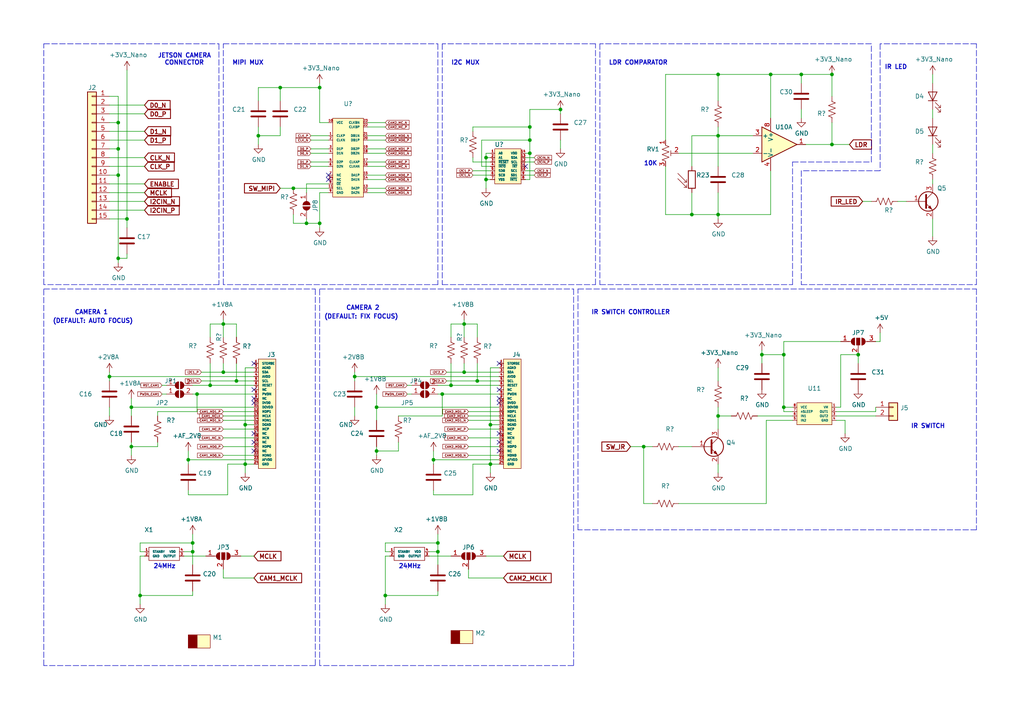
<source format=kicad_sch>
(kicad_sch (version 20211123) (generator eeschema)
  (paper "A4")
  (title_block (rev "1"))
  (lib_symbols
    (symbol "AG-010-0100-rescue:OV5640-M9J_Sensors" (pin_names (offset 1.016))
      (property "Reference" "U" (at -2.54 16.51 0))
      (property "Value" "OV5640-M9J_Sensors" (at 0 -17.78 0))
      (symbol "OV5640-M9J_Sensors_1_1"
        (pin passive line (at -3.81 13.97 0) (length 1.27) (name "STORBE") (number "1"))
        (pin passive line (at -3.81 2.54 0) (length 1.27) (name "DVDD") (number "10"))
        (pin passive line (at -3.81 1.27 0) (length 1.27) (name "DOVDD") (number "11"))
        (pin passive line (at -3.81 0 0) (length 1.27) (name "MDP1") (number "12"))
        (pin passive line (at -3.81 -1.27 0) (length 1.27) (name "MCLK") (number "13"))
        (pin passive line (at -3.81 -2.54 0) (length 1.27) (name "MDN1") (number "14"))
        (pin passive line (at -3.81 -3.81 0) (length 1.27) (name "DGND") (number "15"))
        (pin passive line (at -3.81 -5.08 0) (length 1.27) (name "MCP") (number "16"))
        (pin passive line (at -3.81 -6.35 0) (length 1.27) (name "NC") (number "17"))
        (pin passive line (at -3.81 -7.62 0) (length 1.27) (name "MCN") (number "18"))
        (pin passive line (at -3.81 -8.89 0) (length 1.27) (name "NC") (number "19"))
        (pin passive line (at -3.81 12.7 0) (length 1.27) (name "AGND") (number "2"))
        (pin passive line (at -3.81 -10.16 0) (length 1.27) (name "MDP0") (number "20"))
        (pin passive line (at -3.81 -11.43 0) (length 1.27) (name "NC") (number "21"))
        (pin passive line (at -3.81 -12.7 0) (length 1.27) (name "MDN0") (number "22"))
        (pin passive line (at -3.81 -13.97 0) (length 1.27) (name "AFVDD") (number "23"))
        (pin passive line (at -3.81 -15.24 0) (length 1.27) (name "GND") (number "24"))
        (pin passive line (at -3.81 11.43 0) (length 1.27) (name "SDA") (number "3"))
        (pin passive line (at -3.81 10.16 0) (length 1.27) (name "AVDD") (number "4"))
        (pin passive line (at -3.81 8.89 0) (length 1.27) (name "SCL") (number "5"))
        (pin passive line (at -3.81 7.62 0) (length 1.27) (name "RESET") (number "6"))
        (pin passive line (at -3.81 6.35 0) (length 1.27) (name "NC") (number "7"))
        (pin passive line (at -3.81 5.08 0) (length 1.27) (name "PWDN") (number "8"))
        (pin passive line (at -3.81 3.81 0) (length 1.27) (name "NC") (number "9"))
      )
    )
    (symbol "AG-010-0100-rescue:XTAL-4PIN-M9J_Crystals" (pin_names (offset 1.016))
      (property "Reference" "X" (at -3.81 2.54 0))
      (property "Value" "XTAL-4PIN-M9J_Crystals" (at -1.27 -3.81 0))
      (symbol "XTAL-4PIN-M9J_Crystals_1_1"
        (pin passive line (at -6.35 0 0) (length 1.27) (name "STANBY") (number "1"))
        (pin passive line (at -6.35 -1.27 0) (length 1.27) (name "GND") (number "2"))
        (pin passive line (at 5.08 -1.27 180) (length 1.27) (name "OUTPUT") (number "3"))
        (pin passive line (at 5.08 0 180) (length 1.27) (name "VDD") (number "4"))
      )
    )
    (symbol "Connector_Generic:Conn_01x02" (pin_names (offset 1.016) hide)
      (property "Reference" "J" (at 0 2.54 0))
      (property "Value" "Conn_01x02" (at 0 -5.08 0))
      (symbol "Conn_01x02_1_1"
        (pin passive line (at -5.08 0 0) (length 3.81) (name "Pin_1") (number "1"))
        (pin passive line (at -5.08 -2.54 0) (length 3.81) (name "Pin_2") (number "2"))
      )
    )
    (symbol "Connector_Generic:Conn_01x15" (pin_names (offset 1.016) hide)
      (property "Reference" "J" (at 0 20.32 0))
      (property "Value" "Conn_01x15" (at 0 -20.32 0))
      (symbol "Conn_01x15_1_1"
        (pin passive line (at -5.08 17.78 0) (length 3.81) (name "Pin_1") (number "1"))
        (pin passive line (at -5.08 -5.08 0) (length 3.81) (name "Pin_10") (number "10"))
        (pin passive line (at -5.08 -7.62 0) (length 3.81) (name "Pin_11") (number "11"))
        (pin passive line (at -5.08 -10.16 0) (length 3.81) (name "Pin_12") (number "12"))
        (pin passive line (at -5.08 -12.7 0) (length 3.81) (name "Pin_13") (number "13"))
        (pin passive line (at -5.08 -15.24 0) (length 3.81) (name "Pin_14") (number "14"))
        (pin passive line (at -5.08 -17.78 0) (length 3.81) (name "Pin_15") (number "15"))
        (pin passive line (at -5.08 15.24 0) (length 3.81) (name "Pin_2") (number "2"))
        (pin passive line (at -5.08 12.7 0) (length 3.81) (name "Pin_3") (number "3"))
        (pin passive line (at -5.08 10.16 0) (length 3.81) (name "Pin_4") (number "4"))
        (pin passive line (at -5.08 7.62 0) (length 3.81) (name "Pin_5") (number "5"))
        (pin passive line (at -5.08 5.08 0) (length 3.81) (name "Pin_6") (number "6"))
        (pin passive line (at -5.08 2.54 0) (length 3.81) (name "Pin_7") (number "7"))
        (pin passive line (at -5.08 0 0) (length 3.81) (name "Pin_8") (number "8"))
        (pin passive line (at -5.08 -2.54 0) (length 3.81) (name "Pin_9") (number "9"))
      )
    )
    (symbol "M9J_Connectors:Jumper_Sholder_2PinOpen" (pin_names (offset 0) hide)
      (property "Reference" "JP" (at 0 2.032 0))
      (property "Value" "Jumper_Sholder_2PinOpen" (at 0 -2.54 0))
      (symbol "Jumper_Sholder_2PinOpen_1_1"
        (pin passive line (at -3.81 0 0) (length 2.54) (name "A") (number "1"))
        (pin passive line (at 3.81 0 180) (length 2.54) (name "B") (number "2"))
      )
    )
    (symbol "M9J_Connectors:Jumper_Sholder_3PinOpen" (pin_names (offset 0) hide)
      (property "Reference" "JP" (at -2.54 -2.54 0))
      (property "Value" "Jumper_Sholder_3PinOpen" (at 0 2.794 0))
      (symbol "Jumper_Sholder_3PinOpen_1_1"
        (pin passive line (at -5.08 0 0) (length 2.54) (name "A") (number "1"))
        (pin input line (at 0 -3.81 90) (length 2.54) (name "C") (number "2"))
        (pin passive line (at 5.08 0 180) (length 2.54) (name "B") (number "3"))
      )
    )
    (symbol "M9J_Electromechanical:IR_Switch" (pin_names (offset 1.016))
      (property "Reference" "M" (at -1.27 3.81 0))
      (property "Value" "IR_Switch" (at -1.27 -2.54 0))
    )
    (symbol "M9J_IntegratedCircuits:DRV8837DSGR" (pin_names (offset 1.016))
      (property "Reference" "U" (at -3.81 3.81 0))
      (property "Value" "DRV8837DSGR" (at 0 -5.08 0))
      (symbol "DRV8837DSGR_1_1"
        (pin passive line (at -6.35 1.27 0) (length 1.27) (name "VM") (number "1"))
        (pin passive line (at -6.35 0 0) (length 1.27) (name "OUT1") (number "2"))
        (pin passive line (at -6.35 -1.27 0) (length 1.27) (name "OUT2") (number "3"))
        (pin passive line (at -6.35 -2.54 0) (length 1.27) (name "GND") (number "4"))
        (pin passive line (at 6.35 -2.54 180) (length 1.27) (name "IN2") (number "5"))
        (pin passive line (at 6.35 -1.27 180) (length 1.27) (name "IN1") (number "6"))
        (pin passive line (at 6.35 0 180) (length 1.27) (name "nSLEEP") (number "7"))
        (pin passive line (at 6.35 1.27 180) (length 1.27) (name "VCC") (number "8"))
      )
    )
    (symbol "M9J_IntegratedCircuits:FSA642UMX" (pin_names (offset 1.016))
      (property "Reference" "U" (at -5.08 11.43 0))
      (property "Value" "FSA642UMX" (at 0 -13.97 0))
      (symbol "FSA642UMX_1_1"
        (pin passive line (at -6.35 5.08 0) (length 1.27) (name "CLKP") (number "1"))
        (pin passive line (at -6.35 8.89 0) (length 1.27) (name "VCC") (number "10"))
        (pin passive line (at -6.35 -10.16 0) (length 1.27) (name "SEL") (number "11"))
        (pin passive line (at 5.08 -11.43 180) (length 1.27) (name "DA2N") (number "12"))
        (pin passive line (at 5.08 -10.16 180) (length 1.27) (name "DA2P") (number "13"))
        (pin passive line (at 5.08 -7.62 180) (length 1.27) (name "DA1N") (number "14"))
        (pin passive line (at 5.08 -6.35 180) (length 1.27) (name "DA1P") (number "15"))
        (pin passive line (at 5.08 -3.81 180) (length 1.27) (name "CLKAN") (number "16"))
        (pin passive line (at 5.08 -2.54 180) (length 1.27) (name "CLKAP") (number "17"))
        (pin passive line (at 5.08 0 180) (length 1.27) (name "DB2N") (number "18"))
        (pin passive line (at 5.08 1.27 180) (length 1.27) (name "DB2P") (number "19"))
        (pin passive line (at -6.35 3.81 0) (length 1.27) (name "CLKN") (number "2"))
        (pin passive line (at 5.08 3.81 180) (length 1.27) (name "DB1P") (number "20"))
        (pin passive line (at 5.08 5.08 180) (length 1.27) (name "DB1N") (number "21"))
        (pin passive line (at 5.08 7.62 180) (length 1.27) (name "CLKBP") (number "22"))
        (pin passive line (at 5.08 8.89 180) (length 1.27) (name "CLKBN") (number "23"))
        (pin passive line (at -6.35 -7.62 0) (length 1.27) (name "NC") (number "24"))
        (pin passive line (at -6.35 1.27 0) (length 1.27) (name "D1P") (number "3"))
        (pin passive line (at -6.35 0 0) (length 1.27) (name "D1N") (number "4"))
        (pin passive line (at -6.35 -2.54 0) (length 1.27) (name "D2P") (number "5"))
        (pin passive line (at -6.35 -3.81 0) (length 1.27) (name "D2N") (number "6"))
        (pin passive line (at -6.35 -6.35 0) (length 1.27) (name "NC") (number "7"))
        (pin passive line (at -6.35 -8.89 0) (length 1.27) (name "~{OE}") (number "8"))
        (pin passive line (at -6.35 -11.43 0) (length 1.27) (name "GND") (number "9"))
      )
    )
    (symbol "M9J_IntegratedCircuits:LM393" (pin_names (offset 0.127))
      (property "Reference" "U" (at 3.81 3.81 0))
      (property "Value" "LM393" (at 6.35 -3.81 0))
      (symbol "LM393_1_1"
        (pin open_collector line (at 7.62 0 180) (length 2.54) (name "~") (number "1"))
        (pin input line (at -7.62 -2.54 0) (length 2.54) (name "-") (number "2"))
        (pin input line (at -7.62 2.54 0) (length 2.54) (name "+") (number "3"))
      )
      (symbol "LM393_2_1"
        (pin input line (at -7.62 2.54 0) (length 2.54) (name "+") (number "5"))
        (pin input line (at -7.62 -2.54 0) (length 2.54) (name "_") (number "6"))
        (pin open_collector line (at 7.62 0 180) (length 2.54) (name "~") (number "7"))
      )
      (symbol "LM393_3_1"
        (pin power_in line (at -2.54 -7.62 90) (length 3.81) (name "V-") (number "4"))
        (pin power_in line (at -2.54 7.62 270) (length 3.81) (name "V+") (number "8"))
      )
    )
    (symbol "M9J_IntegratedCircuits:PCA9543APW,118" (pin_names (offset 1.016))
      (property "Reference" "U" (at -2.54 6.35 0))
      (property "Value" "PCA9543APW,118" (at 0 -6.35 0))
      (symbol "PCA9543APW,118_1_1"
        (pin passive line (at -5.08 3.81 0) (length 1.27) (name "A0") (number "1"))
        (pin passive line (at 5.08 -1.27 180) (length 1.27) (name "SC1") (number "10"))
        (pin passive line (at 5.08 0 180) (length 1.27) (name "~{INT}") (number "11"))
        (pin passive line (at 5.08 1.27 180) (length 1.27) (name "SCL") (number "12"))
        (pin passive line (at 5.08 2.54 180) (length 1.27) (name "SDA") (number "13"))
        (pin passive line (at 5.08 3.81 180) (length 1.27) (name "VDD") (number "14"))
        (pin passive line (at -5.08 2.54 0) (length 1.27) (name "A1") (number "2"))
        (pin passive line (at -5.08 1.27 0) (length 1.27) (name "~{RESET}") (number "3"))
        (pin passive line (at -5.08 0 0) (length 1.27) (name "~{INT0}") (number "4"))
        (pin passive line (at -5.08 -1.27 0) (length 1.27) (name "SD0") (number "5"))
        (pin passive line (at -5.08 -2.54 0) (length 1.27) (name "SC0") (number "6"))
        (pin passive line (at -5.08 -3.81 0) (length 1.27) (name "VSS") (number "7"))
        (pin passive line (at 5.08 -3.81 180) (length 1.27) (name "~{INT1}") (number "8"))
        (pin passive line (at 5.08 -2.54 180) (length 1.27) (name "SD1") (number "9"))
      )
    )
    (symbol "M9J_RLC:C" (pin_numbers hide) (pin_names (offset 0.254))
      (property "Reference" "C" (at 0.635 2.54 0))
      (property "Value" "C" (at 0.635 -2.54 0))
      (symbol "C_1_1"
        (pin passive line (at 0 3.81 270) (length 2.794) (name "~") (number "1"))
        (pin passive line (at 0 -3.81 90) (length 2.794) (name "~") (number "2"))
      )
    )
    (symbol "M9J_RLC:R_POT_TRIM_US" (pin_names (offset 1.016) hide)
      (property "Reference" "RV" (at -4.445 0 90))
      (property "Value" "R_POT_TRIM_US" (at -2.54 0 90))
      (symbol "R_POT_TRIM_US_1_1"
        (pin passive line (at 0 3.81 270) (length 1.27) (name "1") (number "1"))
        (pin passive line (at 3.81 0 180) (length 1.27) (name "2") (number "2"))
        (pin passive line (at 0 -3.81 90) (length 1.27) (name "3") (number "3"))
      )
    )
    (symbol "M9J_RLC:R_US" (pin_numbers hide) (pin_names (offset 0))
      (property "Reference" "R" (at 2.54 0 90))
      (property "Value" "R_US" (at -2.54 0 90))
      (symbol "R_US_1_1"
        (pin passive line (at 0 3.81 270) (length 1.27) (name "~") (number "1"))
        (pin passive line (at 0 -3.81 90) (length 1.27) (name "~") (number "2"))
      )
    )
    (symbol "M9J_Semiconductors:LED" (pin_numbers hide) (pin_names (offset 1.016) hide)
      (property "Reference" "D" (at 0 2.54 0))
      (property "Value" "LED" (at 0 -2.54 0))
      (symbol "LED_1_1"
        (pin passive line (at -3.81 0 0) (length 2.54) (name "K") (number "1"))
        (pin passive line (at 3.81 0 180) (length 2.54) (name "A") (number "2"))
      )
    )
    (symbol "M9J_Semiconductors:NPN-SMD" (pin_names (offset 1.016) hide)
      (property "Reference" "Q" (at 3.81 0 0))
      (property "Value" "NPN-SMD" (at 7.62 -2.54 0))
      (symbol "NPN-SMD_1_1"
        (pin passive line (at -6.35 0 0) (length 5.715) (name "B") (number "1"))
        (pin passive line (at 1.27 -5.08 90) (length 2.54) (name "E") (number "2"))
        (pin passive line (at 1.27 5.08 270) (length 2.54) (name "C") (number "3"))
      )
    )
    (symbol "M9J_Sensors:LDR" (pin_numbers hide) (pin_names (offset 0))
      (property "Reference" "R" (at -5.08 0 90))
      (property "Value" "LDR" (at 1.905 0 90))
      (symbol "LDR_1_1"
        (pin passive line (at 0 3.81 270) (length 1.27) (name "~") (number "1"))
        (pin passive line (at 0 -3.81 90) (length 1.27) (name "~") (number "2"))
      )
    )
    (symbol "M9J_TP+MountHole+Fiducial:+1V8A" (power) (pin_names (offset 1.016))
      (property "Value" "+1V8A" (at 0 3.81 0))
      (symbol "+1V8A_1_1"
        (pin power_in line (at 0 0 90) (length 0) hide (name "+1V8A") (number "1"))
      )
    )
    (symbol "M9J_TP+MountHole+Fiducial:+1V8B" (power) (pin_names (offset 1.016))
      (property "Value" "+1V8B" (at 0 3.81 0))
      (symbol "+1V8B_1_1"
        (pin power_in line (at 0 0 90) (length 0) hide (name "+1V8B") (number "1"))
      )
    )
    (symbol "M9J_TP+MountHole+Fiducial:+2V8A" (power) (pin_names (offset 1.016))
      (property "Value" "+2V8A" (at 0 3.81 0))
      (symbol "+2V8A_1_1"
        (pin power_in line (at 0 0 90) (length 0) hide (name "+2V8A") (number "1"))
      )
    )
    (symbol "M9J_TP+MountHole+Fiducial:+2V8B" (power) (pin_names (offset 1.016))
      (property "Value" "+2V8B" (at 0 3.81 0))
      (symbol "+2V8B_1_1"
        (pin power_in line (at 0 0 90) (length 0) hide (name "+2V8B") (number "1"))
      )
    )
    (symbol "M9J_TP+MountHole+Fiducial:+3V3_Nano" (power) (pin_names (offset 0))
      (property "Value" "+3V3_Nano" (at 0 3.81 0))
      (symbol "+3V3_Nano_1_1"
        (pin power_in line (at 0 0 90) (length 0) hide (name "+3V3_Nano") (number "1"))
      )
    )
    (symbol "M9J_TP+MountHole+Fiducial:+AF_2V8" (power) (pin_names (offset 1.016))
      (property "Value" "+AF_2V8" (at 0 3.81 0))
      (symbol "+AF_2V8_1_1"
        (pin power_in line (at 0 0 90) (length 0) hide (name "+AF_2V8") (number "1"))
      )
    )
    (symbol "power:+5V" (power) (pin_names (offset 0))
      (property "Value" "+5V" (at 0 3.556 0))
      (symbol "+5V_1_1"
        (pin power_in line (at 0 0 90) (length 0) hide (name "+5V") (number "1"))
      )
    )
    (symbol "power:GND" (power) (pin_names (offset 0))
      (property "Value" "GND" (at 0 -3.81 0))
      (symbol "GND_1_1"
        (pin power_in line (at 0 0 270) (length 0) hide (name "GND") (number "1"))
      )
    )
  )
  (junction (at 60.96 111.76))
  (junction (at 232.41 21.59))
  (junction (at 208.28 62.23))
  (junction (at 140.97 52.07))
  (junction (at 227.33 102.87))
  (junction (at 36.83 63.5))
  (junction (at 125.73 133.35))
  (junction (at 38.1 118.11))
  (junction (at 57.15 114.3))
  (junction (at 186.69 129.54))
  (junction (at 220.98 102.87))
  (junction (at 134.62 107.95))
  (junction (at 34.29 43.18))
  (junction (at 241.3 21.59))
  (junction (at 127 160.02))
  (junction (at 71.12 134.62))
  (junction (at 162.56 31.75))
  (junction (at 38.1 129.54))
  (junction (at 227.33 118.11))
  (junction (at 153.67 40.64))
  (junction (at 138.43 110.49))
  (junction (at 85.09 54.61))
  (junction (at 55.88 160.02))
  (junction (at 31.75 109.22))
  (junction (at 71.12 123.19))
  (junction (at 40.64 172.72))
  (junction (at 34.29 35.56))
  (junction (at 109.22 118.11))
  (junction (at 55.88 157.48))
  (junction (at 208.28 21.59))
  (junction (at 88.9 64.77))
  (junction (at 109.22 130.81))
  (junction (at 130.81 111.76))
  (junction (at 111.76 172.72))
  (junction (at 208.28 39.37))
  (junction (at 54.61 133.35))
  (junction (at 34.29 50.8))
  (junction (at 223.52 21.59))
  (junction (at 208.28 120.65))
  (junction (at 241.3 41.91))
  (junction (at 127 157.48))
  (junction (at 64.77 107.95))
  (junction (at 142.24 123.19))
  (junction (at 92.71 25.4))
  (junction (at 142.24 134.62))
  (junction (at 153.67 36.83))
  (junction (at 248.92 102.87))
  (junction (at 102.87 109.22))
  (junction (at 128.27 114.3))
  (junction (at 92.71 64.77))
  (junction (at 34.29 74.93))
  (junction (at 81.28 25.4))
  (junction (at 200.66 62.23))
  (junction (at 68.58 110.49))
  (junction (at 134.62 93.98))
  (junction (at 140.97 45.72))
  (junction (at 64.77 93.98))
  (junction (at 74.93 39.37))
  (junction (at 153.67 44.45))
  (no_connect (at 95.25 52.07))
  (no_connect (at 144.78 128.27))
  (no_connect (at 144.78 105.41))
  (no_connect (at 73.66 115.57))
  (no_connect (at 73.66 130.81))
  (no_connect (at 144.78 116.84))
  (no_connect (at 73.66 113.03))
  (no_connect (at 73.66 125.73))
  (no_connect (at 144.78 125.73))
  (no_connect (at 73.66 116.84))
  (no_connect (at 144.78 115.57))
  (no_connect (at 95.25 50.8))
  (no_connect (at 144.78 130.81))
  (no_connect (at 152.4 48.26))
  (no_connect (at 73.66 105.41))
  (no_connect (at 144.78 113.03))
  (no_connect (at 73.66 128.27))
  (wire (pts (xy 242.57 118.11) (xy 243.84 118.11)))
  (wire (pts (xy 142.24 123.19) (xy 144.78 123.19)))
  (wire (pts (xy 54.61 134.62) (xy 54.61 133.35)))
  (wire (pts (xy 248.92 102.87) (xy 248.92 105.41)))
  (wire (pts (xy 208.28 110.49) (xy 208.28 106.68)))
  (wire (pts (xy 128.27 114.3) (xy 144.78 114.3)))
  (wire (pts (xy 48.26 111.76) (xy 46.99 111.76)))
  (wire (pts (xy 55.88 163.83) (xy 55.88 160.02)))
  (wire (pts (xy 109.22 118.11) (xy 109.22 121.92)))
  (wire (pts (xy 31.75 109.22) (xy 31.75 110.49)))
  (wire (pts (xy 193.04 21.59) (xy 208.28 21.59)))
  (wire (pts (xy 34.29 74.93) (xy 34.29 76.2)))
  (wire (pts (xy 142.24 106.68) (xy 144.78 106.68)))
  (wire (pts (xy 152.4 49.53) (xy 154.94 49.53)))
  (wire (pts (xy 36.83 73.66) (xy 36.83 74.93)))
  (wire (pts (xy 73.66 133.35) (xy 54.61 133.35)))
  (polyline (pts (xy 12.7 82.55) (xy 12.7 12.7)))
  (wire (pts (xy 34.29 27.94) (xy 34.29 35.56)))
  (polyline (pts (xy 128.27 82.55) (xy 172.72 82.55)))
  (polyline (pts (xy 127 12.7) (xy 127 82.55)))
  (polyline (pts (xy 64.77 12.7) (xy 127 12.7)))
  (polyline (pts (xy 283.21 82.55) (xy 283.21 12.7)))
  (wire (pts (xy 66.04 134.62) (xy 71.12 134.62)))
  (wire (pts (xy 109.22 130.81) (xy 109.22 132.08)))
  (wire (pts (xy 227.33 99.06) (xy 227.33 102.87)))
  (wire (pts (xy 95.25 54.61) (xy 85.09 54.61)))
  (polyline (pts (xy 63.5 12.7) (xy 63.5 82.55)))
  (polyline (pts (xy 232.41 49.53) (xy 232.41 82.55)))
  (wire (pts (xy 106.68 40.64) (xy 111.76 40.64)))
  (wire (pts (xy 38.1 129.54) (xy 38.1 132.08)))
  (wire (pts (xy 142.24 134.62) (xy 142.24 123.19)))
  (wire (pts (xy 138.43 110.49) (xy 129.54 110.49)))
  (wire (pts (xy 208.28 39.37) (xy 200.66 39.37)))
  (wire (pts (xy 223.52 21.59) (xy 232.41 21.59)))
  (wire (pts (xy 54.61 143.51) (xy 66.04 143.51)))
  (wire (pts (xy 31.75 55.88) (xy 41.91 55.88)))
  (wire (pts (xy 220.98 102.87) (xy 220.98 105.41)))
  (wire (pts (xy 125.73 143.51) (xy 137.16 143.51)))
  (wire (pts (xy 127 157.48) (xy 127 154.94)))
  (wire (pts (xy 85.09 62.23) (xy 85.09 64.77)))
  (wire (pts (xy 66.04 143.51) (xy 66.04 134.62)))
  (wire (pts (xy 74.93 39.37) (xy 74.93 36.83)))
  (wire (pts (xy 208.28 21.59) (xy 208.28 29.21)))
  (wire (pts (xy 208.28 39.37) (xy 208.28 48.26)))
  (polyline (pts (xy 283.21 83.82) (xy 283.21 153.67)))
  (polyline (pts (xy 229.87 46.99) (xy 252.73 46.99)))
  (wire (pts (xy 223.52 34.29) (xy 223.52 21.59)))
  (wire (pts (xy 58.42 107.95) (xy 64.77 107.95)))
  (wire (pts (xy 106.68 39.37) (xy 111.76 39.37)))
  (wire (pts (xy 189.23 129.54) (xy 186.69 129.54)))
  (wire (pts (xy 54.61 142.24) (xy 54.61 143.51)))
  (wire (pts (xy 186.69 146.05) (xy 189.23 146.05)))
  (wire (pts (xy 130.81 105.41) (xy 130.81 111.76)))
  (wire (pts (xy 73.66 121.92) (xy 64.77 121.92)))
  (polyline (pts (xy 127 82.55) (xy 64.77 82.55)))
  (wire (pts (xy 128.27 120.65) (xy 128.27 114.3)))
  (wire (pts (xy 142.24 50.8) (xy 137.16 50.8)))
  (wire (pts (xy 111.76 172.72) (xy 111.76 175.26)))
  (wire (pts (xy 102.87 118.11) (xy 102.87 120.65)))
  (wire (pts (xy 142.24 49.53) (xy 137.16 49.53)))
  (wire (pts (xy 144.78 110.49) (xy 138.43 110.49)))
  (wire (pts (xy 162.56 33.02) (xy 162.56 31.75)))
  (wire (pts (xy 200.66 62.23) (xy 208.28 62.23)))
  (wire (pts (xy 152.4 52.07) (xy 153.67 52.07)))
  (wire (pts (xy 45.72 129.54) (xy 38.1 129.54)))
  (wire (pts (xy 242.57 120.65) (xy 254 120.65)))
  (wire (pts (xy 31.75 40.64) (xy 41.91 40.64)))
  (wire (pts (xy 115.57 120.65) (xy 128.27 120.65)))
  (polyline (pts (xy 167.64 153.67) (xy 167.64 83.82)))
  (wire (pts (xy 53.34 160.02) (xy 55.88 160.02)))
  (wire (pts (xy 95.25 35.56) (xy 92.71 35.56)))
  (wire (pts (xy 73.66 120.65) (xy 64.77 120.65)))
  (wire (pts (xy 31.75 118.11) (xy 31.75 120.65)))
  (wire (pts (xy 242.57 121.92) (xy 245.11 121.92)))
  (polyline (pts (xy 283.21 12.7) (xy 255.27 12.7)))
  (wire (pts (xy 208.28 120.65) (xy 212.09 120.65)))
  (wire (pts (xy 144.78 121.92) (xy 135.89 121.92)))
  (wire (pts (xy 111.76 161.29) (xy 111.76 172.72)))
  (wire (pts (xy 196.85 129.54) (xy 200.66 129.54)))
  (wire (pts (xy 53.34 161.29) (xy 59.69 161.29)))
  (wire (pts (xy 31.75 33.02) (xy 41.91 33.02)))
  (wire (pts (xy 88.9 64.77) (xy 92.71 64.77)))
  (wire (pts (xy 144.78 129.54) (xy 135.89 129.54)))
  (wire (pts (xy 31.75 109.22) (xy 31.75 107.95)))
  (wire (pts (xy 45.72 120.65) (xy 45.72 119.38)))
  (wire (pts (xy 40.64 157.48) (xy 40.64 160.02)))
  (wire (pts (xy 144.78 111.76) (xy 130.81 111.76)))
  (wire (pts (xy 106.68 55.88) (xy 111.76 55.88)))
  (wire (pts (xy 73.66 110.49) (xy 68.58 110.49)))
  (wire (pts (xy 71.12 123.19) (xy 73.66 123.19)))
  (wire (pts (xy 193.04 48.26) (xy 193.04 62.23)))
  (wire (pts (xy 118.11 114.3) (xy 119.38 114.3)))
  (polyline (pts (xy 12.7 83.82) (xy 91.44 83.82)))
  (wire (pts (xy 38.1 118.11) (xy 38.1 120.65)))
  (wire (pts (xy 127 160.02) (xy 127 157.48)))
  (wire (pts (xy 152.4 46.99) (xy 154.94 46.99)))
  (wire (pts (xy 106.68 54.61) (xy 111.76 54.61)))
  (polyline (pts (xy 172.72 82.55) (xy 172.72 12.7)))
  (polyline (pts (xy 92.71 83.82) (xy 166.37 83.82)))
  (wire (pts (xy 73.66 132.08) (xy 64.77 132.08)))
  (wire (pts (xy 140.97 45.72) (xy 140.97 52.07)))
  (polyline (pts (xy 167.64 83.82) (xy 283.21 83.82)))
  (wire (pts (xy 55.88 172.72) (xy 40.64 172.72)))
  (wire (pts (xy 64.77 93.98) (xy 64.77 97.79)))
  (wire (pts (xy 92.71 64.77) (xy 92.71 66.04)))
  (wire (pts (xy 220.98 102.87) (xy 220.98 101.6)))
  (wire (pts (xy 41.91 161.29) (xy 40.64 161.29)))
  (wire (pts (xy 227.33 102.87) (xy 220.98 102.87)))
  (wire (pts (xy 81.28 25.4) (xy 74.93 25.4)))
  (wire (pts (xy 31.75 63.5) (xy 36.83 63.5)))
  (wire (pts (xy 193.04 62.23) (xy 200.66 62.23)))
  (wire (pts (xy 162.56 43.18) (xy 162.56 40.64)))
  (wire (pts (xy 140.97 44.45) (xy 140.97 45.72)))
  (wire (pts (xy 36.83 74.93) (xy 34.29 74.93)))
  (wire (pts (xy 208.28 39.37) (xy 208.28 36.83)))
  (wire (pts (xy 135.89 165.1) (xy 135.89 167.64)))
  (wire (pts (xy 34.29 50.8) (xy 34.29 74.93)))
  (wire (pts (xy 270.51 31.75) (xy 270.51 34.29)))
  (wire (pts (xy 208.28 63.5) (xy 208.28 62.23)))
  (wire (pts (xy 200.66 39.37) (xy 200.66 48.26)))
  (wire (pts (xy 208.28 124.46) (xy 208.28 120.65)))
  (wire (pts (xy 142.24 52.07) (xy 140.97 52.07)))
  (wire (pts (xy 64.77 107.95) (xy 64.77 105.41)))
  (wire (pts (xy 102.87 109.22) (xy 102.87 110.49)))
  (wire (pts (xy 125.73 133.35) (xy 125.73 130.81)))
  (wire (pts (xy 243.84 118.11) (xy 243.84 102.87)))
  (wire (pts (xy 31.75 38.1) (xy 41.91 38.1)))
  (wire (pts (xy 115.57 130.81) (xy 109.22 130.81)))
  (polyline (pts (xy 229.87 82.55) (xy 229.87 46.99)))
  (wire (pts (xy 152.4 50.8) (xy 154.94 50.8)))
  (wire (pts (xy 54.61 133.35) (xy 54.61 130.81)))
  (polyline (pts (xy 172.72 12.7) (xy 128.27 12.7)))
  (wire (pts (xy 36.83 66.04) (xy 36.83 63.5)))
  (wire (pts (xy 60.96 105.41) (xy 60.96 111.76)))
  (wire (pts (xy 254 119.38) (xy 254 118.11)))
  (polyline (pts (xy 283.21 153.67) (xy 167.64 153.67)))
  (wire (pts (xy 196.85 146.05) (xy 222.25 146.05)))
  (wire (pts (xy 142.24 44.45) (xy 140.97 44.45)))
  (wire (pts (xy 222.25 121.92) (xy 229.87 121.92)))
  (wire (pts (xy 200.66 55.88) (xy 200.66 62.23)))
  (wire (pts (xy 119.38 111.76) (xy 118.11 111.76)))
  (wire (pts (xy 109.22 129.54) (xy 109.22 130.81)))
  (wire (pts (xy 127 157.48) (xy 111.76 157.48)))
  (wire (pts (xy 95.25 43.18) (xy 90.17 43.18)))
  (wire (pts (xy 74.93 25.4) (xy 74.93 29.21)))
  (wire (pts (xy 153.67 44.45) (xy 152.4 44.45)))
  (wire (pts (xy 102.87 109.22) (xy 102.87 107.95)))
  (wire (pts (xy 34.29 43.18) (xy 34.29 50.8)))
  (polyline (pts (xy 173.99 82.55) (xy 229.87 82.55)))
  (polyline (pts (xy 252.73 46.99) (xy 252.73 12.7)))
  (wire (pts (xy 142.24 48.26) (xy 139.7 48.26)))
  (polyline (pts (xy 91.44 83.82) (xy 91.44 193.04)))
  (wire (pts (xy 31.75 35.56) (xy 34.29 35.56)))
  (wire (pts (xy 64.77 93.98) (xy 64.77 92.71)))
  (wire (pts (xy 241.3 21.59) (xy 232.41 21.59)))
  (wire (pts (xy 106.68 48.26) (xy 111.76 48.26)))
  (wire (pts (xy 55.88 160.02) (xy 55.88 157.48)))
  (wire (pts (xy 130.81 93.98) (xy 134.62 93.98)))
  (wire (pts (xy 106.68 43.18) (xy 111.76 43.18)))
  (wire (pts (xy 138.43 93.98) (xy 134.62 93.98)))
  (wire (pts (xy 106.68 44.45) (xy 111.76 44.45)))
  (wire (pts (xy 243.84 99.06) (xy 227.33 99.06)))
  (wire (pts (xy 111.76 157.48) (xy 111.76 160.02)))
  (wire (pts (xy 113.03 161.29) (xy 111.76 161.29)))
  (wire (pts (xy 208.28 134.62) (xy 208.28 137.16)))
  (wire (pts (xy 64.77 165.1) (xy 64.77 167.64)))
  (wire (pts (xy 71.12 106.68) (xy 71.12 123.19)))
  (wire (pts (xy 138.43 110.49) (xy 138.43 105.41)))
  (wire (pts (xy 106.68 35.56) (xy 111.76 35.56)))
  (wire (pts (xy 45.72 128.27) (xy 45.72 129.54)))
  (wire (pts (xy 64.77 167.64) (xy 73.66 167.64)))
  (wire (pts (xy 45.72 119.38) (xy 57.15 119.38)))
  (wire (pts (xy 232.41 21.59) (xy 232.41 24.13)))
  (wire (pts (xy 241.3 41.91) (xy 241.3 35.56)))
  (wire (pts (xy 139.7 40.64) (xy 153.67 40.64)))
  (wire (pts (xy 73.66 119.38) (xy 64.77 119.38)))
  (wire (pts (xy 40.64 161.29) (xy 40.64 172.72)))
  (wire (pts (xy 38.1 128.27) (xy 38.1 129.54)))
  (polyline (pts (xy 232.41 82.55) (xy 283.21 82.55)))
  (wire (pts (xy 88.9 63.5) (xy 88.9 64.77)))
  (wire (pts (xy 144.78 133.35) (xy 125.73 133.35)))
  (wire (pts (xy 81.28 29.21) (xy 81.28 25.4)))
  (wire (pts (xy 153.67 31.75) (xy 153.67 36.83)))
  (wire (pts (xy 81.28 36.83) (xy 81.28 39.37)))
  (wire (pts (xy 208.28 62.23) (xy 223.52 62.23)))
  (wire (pts (xy 68.58 110.49) (xy 68.58 105.41)))
  (polyline (pts (xy 255.27 49.53) (xy 232.41 49.53)))
  (wire (pts (xy 252.73 58.42) (xy 250.19 58.42)))
  (wire (pts (xy 137.16 46.99) (xy 137.16 45.72)))
  (wire (pts (xy 88.9 53.34) (xy 88.9 55.88)))
  (wire (pts (xy 111.76 160.02) (xy 113.03 160.02)))
  (wire (pts (xy 55.88 157.48) (xy 55.88 154.94)))
  (wire (pts (xy 140.97 161.29) (xy 146.05 161.29)))
  (wire (pts (xy 95.25 48.26) (xy 90.17 48.26)))
  (wire (pts (xy 137.16 36.83) (xy 153.67 36.83)))
  (wire (pts (xy 68.58 110.49) (xy 58.42 110.49)))
  (wire (pts (xy 255.27 99.06) (xy 255.27 96.52)))
  (wire (pts (xy 92.71 25.4) (xy 92.71 24.13)))
  (polyline (pts (xy 91.44 193.04) (xy 12.7 193.04)))
  (wire (pts (xy 60.96 97.79) (xy 60.96 93.98)))
  (wire (pts (xy 92.71 55.88) (xy 95.25 55.88)))
  (wire (pts (xy 31.75 50.8) (xy 34.29 50.8)))
  (wire (pts (xy 227.33 102.87) (xy 227.33 118.11)))
  (wire (pts (xy 125.73 134.62) (xy 125.73 133.35)))
  (wire (pts (xy 134.62 107.95) (xy 134.62 105.41)))
  (wire (pts (xy 71.12 134.62) (xy 71.12 123.19)))
  (wire (pts (xy 106.68 46.99) (xy 111.76 46.99)))
  (wire (pts (xy 106.68 50.8) (xy 111.76 50.8)))
  (wire (pts (xy 31.75 48.26) (xy 41.91 48.26)))
  (wire (pts (xy 229.87 119.38) (xy 227.33 119.38)))
  (wire (pts (xy 222.25 146.05) (xy 222.25 121.92)))
  (wire (pts (xy 127 111.76) (xy 130.81 111.76)))
  (wire (pts (xy 142.24 45.72) (xy 140.97 45.72)))
  (wire (pts (xy 90.17 44.45) (xy 95.25 44.45)))
  (wire (pts (xy 241.3 41.91) (xy 246.38 41.91)))
  (wire (pts (xy 74.93 39.37) (xy 74.93 41.91)))
  (wire (pts (xy 31.75 58.42) (xy 41.91 58.42)))
  (wire (pts (xy 48.26 114.3) (xy 46.99 114.3)))
  (wire (pts (xy 115.57 128.27) (xy 115.57 130.81)))
  (wire (pts (xy 223.52 62.23) (xy 223.52 49.53)))
  (wire (pts (xy 85.09 64.77) (xy 88.9 64.77)))
  (polyline (pts (xy 255.27 12.7) (xy 255.27 49.53)))
  (wire (pts (xy 69.85 161.29) (xy 73.66 161.29)))
  (wire (pts (xy 208.28 120.65) (xy 208.28 118.11)))
  (polyline (pts (xy 64.77 82.55) (xy 64.77 12.7)))
  (wire (pts (xy 31.75 27.94) (xy 34.29 27.94)))
  (wire (pts (xy 109.22 118.11) (xy 144.78 118.11)))
  (wire (pts (xy 106.68 36.83) (xy 111.76 36.83)))
  (wire (pts (xy 71.12 134.62) (xy 73.66 134.62)))
  (wire (pts (xy 102.87 109.22) (xy 144.78 109.22)))
  (wire (pts (xy 137.16 38.1) (xy 137.16 36.83)))
  (wire (pts (xy 245.11 121.92) (xy 245.11 125.73)))
  (wire (pts (xy 68.58 93.98) (xy 64.77 93.98)))
  (polyline (pts (xy 92.71 193.04) (xy 92.71 83.82)))
  (wire (pts (xy 38.1 115.57) (xy 38.1 118.11)))
  (polyline (pts (xy 128.27 12.7) (xy 128.27 82.55)))
  (wire (pts (xy 144.78 132.08) (xy 135.89 132.08)))
  (wire (pts (xy 270.51 24.13) (xy 270.51 21.59)))
  (wire (pts (xy 55.88 157.48) (xy 40.64 157.48)))
  (wire (pts (xy 270.51 63.5) (xy 270.51 68.58)))
  (wire (pts (xy 127 171.45) (xy 127 172.72)))
  (wire (pts (xy 134.62 93.98) (xy 134.62 92.71)))
  (wire (pts (xy 81.28 54.61) (xy 85.09 54.61)))
  (polyline (pts (xy 12.7 193.04) (xy 12.7 83.82)))
  (wire (pts (xy 127 172.72) (xy 111.76 172.72)))
  (wire (pts (xy 134.62 107.95) (xy 144.78 107.95)))
  (wire (pts (xy 68.58 97.79) (xy 68.58 93.98)))
  (wire (pts (xy 64.77 107.95) (xy 73.66 107.95)))
  (wire (pts (xy 31.75 43.18) (xy 34.29 43.18)))
  (wire (pts (xy 142.24 137.16) (xy 142.24 134.62)))
  (wire (pts (xy 57.15 119.38) (xy 57.15 114.3)))
  (wire (pts (xy 95.25 39.37) (xy 90.17 39.37)))
  (wire (pts (xy 95.25 40.64) (xy 90.17 40.64)))
  (wire (pts (xy 92.71 35.56) (xy 92.71 25.4)))
  (polyline (pts (xy 252.73 12.7) (xy 173.99 12.7)))
  (wire (pts (xy 186.69 129.54) (xy 182.88 129.54)))
  (polyline (pts (xy 166.37 193.04) (xy 92.71 193.04)))
  (wire (pts (xy 109.22 114.3) (xy 109.22 118.11)))
  (wire (pts (xy 92.71 55.88) (xy 92.71 64.77)))
  (wire (pts (xy 57.15 114.3) (xy 73.66 114.3)))
  (wire (pts (xy 55.88 111.76) (xy 60.96 111.76)))
  (wire (pts (xy 144.78 127) (xy 135.89 127)))
  (wire (pts (xy 55.88 171.45) (xy 55.88 172.72)))
  (wire (pts (xy 153.67 52.07) (xy 153.67 44.45)))
  (wire (pts (xy 38.1 118.11) (xy 73.66 118.11)))
  (wire (pts (xy 81.28 39.37) (xy 74.93 39.37)))
  (wire (pts (xy 137.16 143.51) (xy 137.16 134.62)))
  (polyline (pts (xy 12.7 12.7) (xy 63.5 12.7)))
  (wire (pts (xy 134.62 93.98) (xy 134.62 97.79)))
  (wire (pts (xy 270.51 52.07) (xy 270.51 53.34)))
  (wire (pts (xy 193.04 21.59) (xy 193.04 40.64)))
  (wire (pts (xy 139.7 40.64) (xy 139.7 48.26)))
  (polyline (pts (xy 173.99 12.7) (xy 173.99 82.55)))
  (wire (pts (xy 135.89 167.64) (xy 146.05 167.64)))
  (wire (pts (xy 40.64 160.02) (xy 41.91 160.02)))
  (wire (pts (xy 127 163.83) (xy 127 160.02)))
  (wire (pts (xy 218.44 44.45) (xy 196.85 44.45)))
  (wire (pts (xy 34.29 35.56) (xy 34.29 43.18)))
  (polyline (pts (xy 63.5 82.55) (xy 12.7 82.55)))
  (wire (pts (xy 138.43 97.79) (xy 138.43 93.98)))
  (wire (pts (xy 142.24 46.99) (xy 137.16 46.99)))
  (wire (pts (xy 125.73 142.24) (xy 125.73 143.51)))
  (wire (pts (xy 227.33 119.38) (xy 227.33 118.11)))
  (wire (pts (xy 243.84 102.87) (xy 248.92 102.87)))
  (polyline (pts (xy 166.37 83.82) (xy 166.37 193.04)))
  (wire (pts (xy 260.35 58.42) (xy 262.89 58.42)))
  (wire (pts (xy 36.83 63.5) (xy 36.83 20.32)))
  (wire (pts (xy 130.81 97.79) (xy 130.81 93.98)))
  (wire (pts (xy 71.12 137.16) (xy 71.12 134.62)))
  (wire (pts (xy 31.75 53.34) (xy 41.91 53.34)))
  (wire (pts (xy 219.71 120.65) (xy 229.87 120.65)))
  (wire (pts (xy 124.46 160.02) (xy 127 160.02)))
  (wire (pts (xy 142.24 106.68) (xy 142.24 123.19)))
  (wire (pts (xy 223.52 21.59) (xy 208.28 21.59)))
  (wire (pts (xy 144.78 124.46) (xy 135.89 124.46)))
  (wire (pts (xy 233.68 41.91) (xy 241.3 41.91)))
  (wire (pts (xy 144.78 119.38) (xy 135.89 119.38)))
  (wire (pts (xy 55.88 114.3) (xy 57.15 114.3)))
  (wire (pts (xy 71.12 106.68) (xy 73.66 106.68)))
  (wire (pts (xy 218.44 39.37) (xy 208.28 39.37)))
  (wire (pts (xy 162.56 31.75) (xy 153.67 31.75)))
  (wire (pts (xy 95.25 53.34) (xy 88.9 53.34)))
  (wire (pts (xy 60.96 93.98) (xy 64.77 93.98)))
  (wire (pts (xy 129.54 107.95) (xy 134.62 107.95)))
  (wire (pts (xy 208.28 55.88) (xy 208.28 62.23)))
  (wire (pts (xy 137.16 134.62) (xy 142.24 134.62)))
  (wire (pts (xy 73.66 111.76) (xy 60.96 111.76)))
  (wire (pts (xy 232.41 34.29) (xy 232.41 31.75)))
  (wire (pts (xy 153.67 36.83) (xy 153.67 40.64)))
  (wire (pts (xy 124.46 161.29) (xy 130.81 161.29)))
  (wire (pts (xy 140.97 52.07) (xy 140.97 54.61)))
  (wire (pts (xy 73.66 127) (xy 64.77 127)))
  (wire (pts (xy 144.78 120.65) (xy 135.89 120.65)))
  (wire (pts (xy 73.66 124.46) (xy 64.77 124.46)))
  (wire (pts (xy 153.67 40.64) (xy 153.67 44.45)))
  (wire (pts (xy 241.3 27.94) (xy 241.3 21.59)))
  (wire (pts (xy 92.71 25.4) (xy 81.28 25.4)))
  (wire (pts (xy 254 99.06) (xy 255.27 99.06)))
  (wire (pts (xy 270.51 41.91) (xy 270.51 44.45)))
  (wire (pts (xy 227.33 118.11) (xy 229.87 118.11)))
  (wire (pts (xy 186.69 129.54) (xy 186.69 146.05)))
  (wire (pts (xy 31.75 45.72) (xy 41.91 45.72)))
  (wire (pts (xy 31.75 30.48) (xy 41.91 30.48)))
  (wire (pts (xy 40.64 172.72) (xy 40.64 175.26)))
  (wire (pts (xy 31.75 60.96) (xy 41.91 60.96)))
  (wire (pts (xy 242.57 119.38) (xy 254 119.38)))
  (wire (pts (xy 152.4 45.72) (xy 154.94 45.72)))
  (wire (pts (xy 31.75 109.22) (xy 73.66 109.22)))
  (wire (pts (xy 106.68 52.07) (xy 111.76 52.07)))
  (wire (pts (xy 127 114.3) (xy 128.27 114.3)))
  (wire (pts (xy 73.66 129.54) (xy 64.77 129.54)))
  (wire (pts (xy 142.24 134.62) (xy 144.78 134.62)))
  (wire (pts (xy 95.25 46.99) (xy 90.17 46.99)))
  (text "JETSON CAMERA \n  CONNECTOR" (at 45.72 19.05 0) (effects (font (size 1.27 1.27) (thickness 0.254) bold) (justify left bottom)))
  (text "MIPI MUX" (at 67.31 19.05 0) (effects (font (size 1.27 1.27) (thickness 0.254) bold) (justify left bottom)))
  (text "(DEFAULT: AUTO FOCUS)" (at 15.24 93.98 0) (effects (font (size 1.27 1.27) (thickness 0.254) bold) (justify left bottom)))
  (text "LDR COMPARATOR\n" (at 176.53 19.05 0) (effects (font (size 1.27 1.27) (thickness 0.254) bold) (justify left bottom)))
  (text "I2C MUX" (at 130.81 19.05 0) (effects (font (size 1.27 1.27) (thickness 0.254) bold) (justify left bottom)))
  (text "CAMERA 1" (at 21.59 91.44 0) (effects (font (size 1.27 1.27) (thickness 0.254) bold) (justify left bottom)))
  (text "IR SWITCH CONTROLLER" (at 171.45 91.44 0) (effects (font (size 1.27 1.27) (thickness 0.254) bold) (justify left bottom)))
  (text "IR SWITCH" (at 264.16 124.46 0) (effects (font (size 1.27 1.27) (thickness 0.254) bold) (justify left bottom)))
  (text "IR LED" (at 256.54 20.32 0) (effects (font (size 1.27 1.27) (thickness 0.254) bold) (justify left bottom)))
  (text "CAMERA 2" (at 100.33 90.17 0) (effects (font (size 1.27 1.27) (thickness 0.254) bold) (justify left bottom)))
  (text "10K" (at 186.69 48.26 0) (effects (font (size 1.27 1.27) (thickness 0.254) bold) (justify left bottom)))
  (text "24MHz" (at 44.45 165.1 0) (effects (font (size 1.27 1.27) (thickness 0.254) bold) (justify left bottom)))
  (text "(DEFAULT: FIX FOCUS)" (at 93.98 92.71 0) (effects (font (size 1.27 1.27) (thickness 0.254) bold) (justify left bottom)))
  (text "24MHz" (at 115.57 165.1 0) (effects (font (size 1.27 1.27) (thickness 0.254) bold) (justify left bottom)))
  (global_label "I2CIN_N" (shape input) (at 41.91 58.42 0) (effects (font (thickness 0.254) bold)) (property "Intersheet References" "${INTERSHEET_REFS}" (effects hide)))
  (global_label "CAM1_MD1_N" (shape input) (at 111.76 55.88 0) (effects (font (size 0.635 0.635) (thickness 0.127) bold)) (property "Intersheet References" "${INTERSHEET_REFS}" (effects hide)))
  (global_label "D0_N" (shape input) (at 90.17 44.45 180) (effects (font (size 0.635 0.635) (thickness 0.127) bold)) (property "Intersheet References" "${INTERSHEET_REFS}" (effects hide)))
  (global_label "D0_P" (shape input) (at 90.17 43.18 180) (effects (font (size 0.635 0.635) (thickness 0.127) bold)) (property "Intersheet References" "${INTERSHEET_REFS}" (effects hide)))
  (global_label "D1_N" (shape input) (at 41.91 38.1 0) (effects (font (thickness 0.254) bold)) (property "Intersheet References" "${INTERSHEET_REFS}" (effects hide)))
  (global_label "CAM1_MD0_N" (shape input) (at 111.76 52.07 0) (effects (font (size 0.635 0.635) (thickness 0.127) bold)) (property "Intersheet References" "${INTERSHEET_REFS}" (effects hide)))
  (global_label "I2C1_P" (shape input) (at 58.42 107.95 180) (effects (font (size 0.635 0.635) (thickness 0.127) bold)) (property "Intersheet References" "${INTERSHEET_REFS}" (effects hide)))
  (global_label "CAM2_MCLK" (shape input) (at 146.05 167.64 0) (effects (font (thickness 0.254) bold)) (property "Intersheet References" "${INTERSHEET_REFS}" (effects hide)))
  (global_label "MCLK" (shape input) (at 41.91 55.88 0) (effects (font (thickness 0.254) bold)) (property "Intersheet References" "${INTERSHEET_REFS}" (effects hide)))
  (global_label "I2C2_N" (shape input) (at 154.94 49.53 0) (effects (font (size 0.635 0.635) (thickness 0.127) bold)) (property "Intersheet References" "${INTERSHEET_REFS}" (effects hide)))
  (global_label "CAM1_MD1_N" (shape input) (at 64.77 121.92 180) (effects (font (size 0.635 0.635) (thickness 0.127) bold)) (property "Intersheet References" "${INTERSHEET_REFS}" (effects hide)))
  (global_label "PWDN_CAM1" (shape input) (at 46.99 114.3 180) (effects (font (size 0.635 0.635) (thickness 0.127) bold)) (property "Intersheet References" "${INTERSHEET_REFS}" (effects hide)))
  (global_label "CAM1_MD0_P" (shape input) (at 111.76 50.8 0) (effects (font (size 0.635 0.635) (thickness 0.127) bold)) (property "Intersheet References" "${INTERSHEET_REFS}" (effects hide)))
  (global_label "CAM1_MD0_N" (shape input) (at 64.77 132.08 180) (effects (font (size 0.635 0.635) (thickness 0.127) bold)) (property "Intersheet References" "${INTERSHEET_REFS}" (effects hide)))
  (global_label "CAM1_MC_N" (shape input) (at 111.76 48.26 0) (effects (font (size 0.635 0.635) (thickness 0.127) bold)) (property "Intersheet References" "${INTERSHEET_REFS}" (effects hide)))
  (global_label "MCLK" (shape input) (at 73.66 161.29 0) (effects (font (thickness 0.254) bold)) (property "Intersheet References" "${INTERSHEET_REFS}" (effects hide)))
  (global_label "I2CIN_P" (shape input) (at 154.94 46.99 0) (effects (font (size 0.635 0.635) (thickness 0.127) bold)) (property "Intersheet References" "${INTERSHEET_REFS}" (effects hide)))
  (global_label "CAM1_MC_N" (shape input) (at 64.77 127 180) (effects (font (size 0.635 0.635) (thickness 0.127) bold)) (property "Intersheet References" "${INTERSHEET_REFS}" (effects hide)))
  (global_label "CLK_N" (shape input) (at 90.17 40.64 180) (effects (font (size 0.635 0.635) (thickness 0.127) bold)) (property "Intersheet References" "${INTERSHEET_REFS}" (effects hide)))
  (global_label "D1_P" (shape input) (at 41.91 40.64 0) (effects (font (thickness 0.254) bold)) (property "Intersheet References" "${INTERSHEET_REFS}" (effects hide)))
  (global_label "CAM2_MD0_P" (shape input) (at 111.76 40.64 0) (effects (font (size 0.635 0.635) (thickness 0.127) bold)) (property "Intersheet References" "${INTERSHEET_REFS}" (effects hide)))
  (global_label "CAM2_MD1_N" (shape input) (at 111.76 44.45 0) (effects (font (size 0.635 0.635) (thickness 0.127) bold)) (property "Intersheet References" "${INTERSHEET_REFS}" (effects hide)))
  (global_label "CAM2_MC_P" (shape input) (at 135.89 124.46 180) (effects (font (size 0.635 0.635) (thickness 0.127) bold)) (property "Intersheet References" "${INTERSHEET_REFS}" (effects hide)))
  (global_label "CAM1_MD0_P" (shape input) (at 64.77 129.54 180) (effects (font (size 0.635 0.635) (thickness 0.127) bold)) (property "Intersheet References" "${INTERSHEET_REFS}" (effects hide)))
  (global_label "SW_IR" (shape input) (at 182.88 129.54 180) (effects (font (thickness 0.254) bold)) (property "Intersheet References" "${INTERSHEET_REFS}" (effects hide)))
  (global_label "ENABLE" (shape input) (at 41.91 53.34 0) (effects (font (thickness 0.254) bold)) (property "Intersheet References" "${INTERSHEET_REFS}" (effects hide)))
  (global_label "I2C2_P" (shape input) (at 154.94 50.8 0) (effects (font (size 0.635 0.635) (thickness 0.127) bold)) (property "Intersheet References" "${INTERSHEET_REFS}" (effects hide)))
  (global_label "SW_MIPI" (shape input) (at 81.28 54.61 180) (effects (font (thickness 0.254) bold)) (property "Intersheet References" "${INTERSHEET_REFS}" (effects hide)))
  (global_label "I2CIN_N" (shape input) (at 154.94 45.72 0) (effects (font (size 0.635 0.635) (thickness 0.127) bold)) (property "Intersheet References" "${INTERSHEET_REFS}" (effects hide)))
  (global_label "I2C1_P" (shape input) (at 137.16 49.53 180) (effects (font (size 0.635 0.635) (thickness 0.127) bold)) (property "Intersheet References" "${INTERSHEET_REFS}" (effects hide)))
  (global_label "D0_P" (shape input) (at 41.91 33.02 0) (effects (font (thickness 0.254) bold)) (property "Intersheet References" "${INTERSHEET_REFS}" (effects hide)))
  (global_label "CLK_P" (shape input) (at 90.17 39.37 180) (effects (font (size 0.635 0.635) (thickness 0.127) bold)) (property "Intersheet References" "${INTERSHEET_REFS}" (effects hide)))
  (global_label "MCLK" (shape input) (at 146.05 161.29 0) (effects (font (thickness 0.254) bold)) (property "Intersheet References" "${INTERSHEET_REFS}" (effects hide)))
  (global_label "CAM2_MC_P" (shape input) (at 111.76 36.83 0) (effects (font (size 0.635 0.635) (thickness 0.127) bold)) (property "Intersheet References" "${INTERSHEET_REFS}" (effects hide)))
  (global_label "PWDN_CAM2" (shape input) (at 118.11 114.3 180) (effects (font (size 0.635 0.635) (thickness 0.127) bold)) (property "Intersheet References" "${INTERSHEET_REFS}" (effects hide)))
  (global_label "D1_P" (shape input) (at 90.17 46.99 180) (effects (font (size 0.635 0.635) (thickness 0.127) bold)) (property "Intersheet References" "${INTERSHEET_REFS}" (effects hide)))
  (global_label "CAM2_MD0_N" (shape input) (at 111.76 39.37 0) (effects (font (size 0.635 0.635) (thickness 0.127) bold)) (property "Intersheet References" "${INTERSHEET_REFS}" (effects hide)))
  (global_label "I2CIN_P" (shape input) (at 41.91 60.96 0) (effects (font (thickness 0.254) bold)) (property "Intersheet References" "${INTERSHEET_REFS}" (effects hide)))
  (global_label "LDR" (shape input) (at 246.38 41.91 0) (effects (font (thickness 0.254) bold)) (property "Intersheet References" "${INTERSHEET_REFS}" (effects hide)))
  (global_label "D0_N" (shape input) (at 41.91 30.48 0) (effects (font (size 1.2446 1.2446) (thickness 0.2489) bold)) (property "Intersheet References" "${INTERSHEET_REFS}" (effects hide)))
  (global_label "CAM1_MD1_P" (shape input) (at 111.76 54.61 0) (effects (font (size 0.635 0.635) (thickness 0.127) bold)) (property "Intersheet References" "${INTERSHEET_REFS}" (effects hide)))
  (global_label "IR_LED" (shape input) (at 250.19 58.42 180) (effects (font (thickness 0.254) bold)) (property "Intersheet References" "${INTERSHEET_REFS}" (effects hide)))
  (global_label "RST_CAM1" (shape input) (at 46.99 111.76 180) (effects (font (size 0.635 0.635) (thickness 0.127) bold)) (property "Intersheet References" "${INTERSHEET_REFS}" (effects hide)))
  (global_label "CAM2_MD1_N" (shape input) (at 135.89 121.92 180) (effects (font (size 0.635 0.635) (thickness 0.127) bold)) (property "Intersheet References" "${INTERSHEET_REFS}" (effects hide)))
  (global_label "I2C2_N" (shape input) (at 129.54 110.49 180) (effects (font (size 0.635 0.635) (thickness 0.127) bold)) (property "Intersheet References" "${INTERSHEET_REFS}" (effects hide)))
  (global_label "CAM1_MCLK" (shape input) (at 64.77 120.65 180) (effects (font (size 0.635 0.635) (thickness 0.127) bold)) (property "Intersheet References" "${INTERSHEET_REFS}" (effects hide)))
  (global_label "I2C1_N" (shape input) (at 137.16 50.8 180) (effects (font (size 0.635 0.635) (thickness 0.127) bold)) (property "Intersheet References" "${INTERSHEET_REFS}" (effects hide)))
  (global_label "CAM2_MD0_N" (shape input) (at 135.89 132.08 180) (effects (font (size 0.635 0.635) (thickness 0.127) bold)) (property "Intersheet References" "${INTERSHEET_REFS}" (effects hide)))
  (global_label "CAM1_MCLK" (shape input) (at 73.66 167.64 0) (effects (font (thickness 0.254) bold)) (property "Intersheet References" "${INTERSHEET_REFS}" (effects hide)))
  (global_label "CAM2_MCLK" (shape input) (at 135.89 120.65 180) (effects (font (size 0.635 0.635) (thickness 0.127) bold)) (property "Intersheet References" "${INTERSHEET_REFS}" (effects hide)))
  (global_label "D1_N" (shape input) (at 90.17 48.26 180) (effects (font (size 0.635 0.635) (thickness 0.127) bold)) (property "Intersheet References" "${INTERSHEET_REFS}" (effects hide)))
  (global_label "CAM2_MC_N" (shape input) (at 111.76 35.56 0) (effects (font (size 0.635 0.635) (thickness 0.127) bold)) (property "Intersheet References" "${INTERSHEET_REFS}" (effects hide)))
  (global_label "CAM2_MD1_P" (shape input) (at 111.76 43.18 0) (effects (font (size 0.635 0.635) (thickness 0.127) bold)) (property "Intersheet References" "${INTERSHEET_REFS}" (effects hide)))
  (global_label "I2C1_N" (shape input) (at 58.42 110.49 180) (effects (font (size 0.635 0.635) (thickness 0.127) bold)) (property "Intersheet References" "${INTERSHEET_REFS}" (effects hide)))
  (global_label "RST_CAM2" (shape input) (at 118.11 111.76 180) (effects (font (size 0.635 0.635) (thickness 0.127) bold)) (property "Intersheet References" "${INTERSHEET_REFS}" (effects hide)))
  (global_label "CAM2_MD0_P" (shape input) (at 135.89 129.54 180) (effects (font (size 0.635 0.635) (thickness 0.127) bold)) (property "Intersheet References" "${INTERSHEET_REFS}" (effects hide)))
  (global_label "CAM1_MC_P" (shape input) (at 64.77 124.46 180) (effects (font (size 0.635 0.635) (thickness 0.127) bold)) (property "Intersheet References" "${INTERSHEET_REFS}" (effects hide)))
  (global_label "I2C2_P" (shape input) (at 129.54 107.95 180) (effects (font (size 0.635 0.635) (thickness 0.127) bold)) (property "Intersheet References" "${INTERSHEET_REFS}" (effects hide)))
  (global_label "CAM2_MD1_P" (shape input) (at 135.89 119.38 180) (effects (font (size 0.635 0.635) (thickness 0.127) bold)) (property "Intersheet References" "${INTERSHEET_REFS}" (effects hide)))
  (global_label "CLK_P" (shape input) (at 41.91 48.26 0) (effects (font (thickness 0.254) bold)) (property "Intersheet References" "${INTERSHEET_REFS}" (effects hide)))
  (global_label "CLK_N" (shape input) (at 41.91 45.72 0) (effects (font (thickness 0.254) bold)) (property "Intersheet References" "${INTERSHEET_REFS}" (effects hide)))
  (global_label "CAM1_MC_P" (shape input) (at 111.76 46.99 0) (effects (font (size 0.635 0.635) (thickness 0.127) bold)) (property "Intersheet References" "${INTERSHEET_REFS}" (effects hide)))
  (global_label "CAM2_MC_N" (shape input) (at 135.89 127 180) (effects (font (size 0.635 0.635) (thickness 0.127) bold)) (property "Intersheet References" "${INTERSHEET_REFS}" (effects hide)))
  (global_label "CAM1_MD1_P" (shape input) (at 64.77 119.38 180) (effects (font (size 0.635 0.635) (thickness 0.127) bold)) (property "Intersheet References" "${INTERSHEET_REFS}" (effects hide)))
  (symbol (lib_id "power:GND") (at 34.29 76.2 0) (unit 1)
    (property "Reference" "#PWR?" (effects hide))
  )
  (symbol (lib_id "power:GND") (at 40.64 175.26 0) (unit 1)
    (property "Reference" "#PWR?" (effects hide))
  )
  (symbol (lib_id "M9J_RLC:C") (at 55.88 167.64 0) (unit 1)
    (property "Reference" "C20" (at 58.801 166.4716 0) (effects (justify left)))
  )
  (symbol (lib_id "AG-010-0100-rescue:XTAL-4PIN-M9J_Crystals") (at 119.38 160.02 0) (unit 1)
    (property "Reference" "X2" (at 115.57 153.67 0))
  )
  (symbol (lib_id "power:GND") (at 111.76 175.26 0) (unit 1)
    (property "Reference" "#PWR?" (effects hide))
  )
  (symbol (lib_id "M9J_RLC:C") (at 127 167.64 0) (unit 1)
    (property "Reference" "C26" (at 129.921 166.4716 0) (effects (justify left)))
  )
  (symbol (lib_id "M9J_TP+MountHole+Fiducial:+1V8A") (at 55.88 154.94 0) (unit 1)
    (property "Reference" "#PWR?" (effects hide))
  )
  (symbol (lib_id "M9J_Connectors:Jumper_Sholder_3PinOpen") (at 135.89 161.29 0) (unit 1)
    (property "Reference" "JP6" (at 135.89 158.75 0))
  )
  (symbol (lib_id "AG-010-0100-rescue:XTAL-4PIN-M9J_Crystals") (at 48.26 160.02 0) (unit 1)
    (property "Reference" "X1" (at 43.18 153.67 0))
  )
  (symbol (lib_id "M9J_Electromechanical:IR_Switch") (at 135.89 185.42 0) (unit 1)
    (property "Reference" "M2" (at 137.8712 183.6166 0) (effects (justify left)))
  )
  (symbol (lib_id "M9J_IntegratedCircuits:DRV8837DSGR") (at 236.22 119.38 0) (mirror y) (unit 1)
    (property "Reference" "U11" (at 236.22 112.649 0))
  )
  (symbol (lib_id "M9J_IntegratedCircuits:LM393") (at 226.06 41.91 0) (unit 1)
    (property "Reference" "U10" (at 227.33 36.83 0))
    (property "Datasheet" "http://www.ti.com/lit/ds/symlink/lm393-n.pdf" (effects hide))
  )
  (symbol (lib_id "M9J_IntegratedCircuits:LM393") (at 226.06 41.91 0) (unit 3)
    (property "Reference" "U10" (effects hide))
    (property "Datasheet" "http://www.ti.com/lit/ds/symlink/lm393-n.pdf" (effects hide))
  )
  (symbol (lib_id "M9J_RLC:C") (at 36.83 69.85 0) (unit 1)
    (property "Reference" "C17" (at 39.751 68.6816 0) (effects (justify left)))
  )
  (symbol (lib_id "M9J_RLC:R_POT_TRIM_US") (at 193.04 44.45 0) (unit 1)
    (property "Reference" "RV1" (at 191.3128 43.2816 0) (effects (justify right)))
  )
  (symbol (lib_id "M9J_Semiconductors:LED") (at 270.51 38.1 90) (unit 1)
    (property "Reference" "D5" (at 266.7 38.1 90))
  )
  (symbol (lib_id "M9J_Semiconductors:NPN-SMD") (at 269.24 58.42 0) (unit 1)
    (property "Reference" "Q5" (at 271.78 54.61 0) (effects (justify left)))
  )
  (symbol (lib_id "M9J_Sensors:LDR") (at 200.66 52.07 0) (unit 1)
    (property "Reference" "R23" (at 201.93 50.8 0) (effects (justify left)))
    (property "Datasheet" "http://www.elektronica-componenten.nl/WebRoot/StoreNL/Shops/61422969/54F1/BA0C/C664/31B9/2173/C0A8/2AB9/2AEF/LDR03IMP.pdf" (effects hide))
  )
  (symbol (lib_id "AG-010-0100-rescue:OV5640-M9J_Sensors") (at 77.47 119.38 0) (unit 1)
    (property "Reference" "J3" (at 77.47 102.87 0) (effects (justify left)))
  )
  (symbol (lib_id "Connector_Generic:Conn_01x15") (at 26.67 45.72 0) (mirror y) (unit 1)
    (property "Reference" "J2" (at 27.94 25.4 0) (effects (justify left)))
  )
  (symbol (lib_id "Connector_Generic:Conn_01x02") (at 259.08 118.11 0) (unit 1)
    (property "Reference" "J5" (at 261.112 118.3132 0) (effects (justify left)))
  )
  (symbol (lib_id "M9J_IntegratedCircuits:FSA642UMX") (at 101.6 44.45 0) (unit 1)
    (property "Reference" "U?" (at 100.965 30.099 0))
  )
  (symbol (lib_id "M9J_IntegratedCircuits:PCA9543APW,118") (at 147.32 48.26 0) (unit 1)
    (property "Reference" "U?" (at 144.78 41.91 0))
  )
  (symbol (lib_id "M9J_RLC:R_US") (at 64.77 101.6 0) (unit 1)
    (property "Reference" "R?" (at 63.5 99.06 90) (effects (justify left)))
  )
  (symbol (lib_id "power:GND") (at 71.12 137.16 0) (unit 1)
    (property "Reference" "#PWR?" (effects hide))
  )
  (symbol (lib_id "M9J_RLC:C") (at 54.61 138.43 0) (unit 1)
    (property "Reference" "C19" (at 57.531 137.2616 0) (effects (justify left)))
  )
  (symbol (lib_id "M9J_RLC:C") (at 31.75 114.3 0) (unit 1)
    (property "Reference" "C16" (at 22.86 114.3 0) (effects (justify left)))
  )
  (symbol (lib_id "power:GND") (at 31.75 120.65 0) (unit 1)
    (property "Reference" "#PWR?" (effects hide))
  )
  (symbol (lib_id "M9J_Electromechanical:IR_Switch") (at 59.69 186.69 0) (unit 1)
    (property "Reference" "M1" (at 61.6712 184.8866 0) (effects (justify left)))
  )
  (symbol (lib_id "M9J_RLC:C") (at 38.1 124.46 0) (unit 1)
    (property "Reference" "C18" (at 31.75 125.73 0) (effects (justify left)))
  )
  (symbol (lib_id "power:GND") (at 38.1 132.08 0) (unit 1)
    (property "Reference" "#PWR?" (effects hide))
  )
  (symbol (lib_id "M9J_TP+MountHole+Fiducial:+3V3_Nano") (at 36.83 20.32 0) (unit 1)
    (property "Reference" "#PWR?" (effects hide))
  )
  (symbol (lib_id "M9J_TP+MountHole+Fiducial:+2V8B") (at 102.87 107.95 0) (unit 1)
    (property "Reference" "#PWR?" (effects hide))
  )
  (symbol (lib_id "M9J_TP+MountHole+Fiducial:+2V8A") (at 31.75 107.95 0) (unit 1)
    (property "Reference" "#PWR?" (effects hide))
  )
  (symbol (lib_id "M9J_TP+MountHole+Fiducial:+1V8A") (at 38.1 115.57 0) (unit 1)
    (property "Reference" "#PWR?" (effects hide))
  )
  (symbol (lib_id "M9J_TP+MountHole+Fiducial:+1V8B") (at 109.22 114.3 0) (unit 1)
    (property "Reference" "#PWR?" (effects hide))
  )
  (symbol (lib_id "M9J_TP+MountHole+Fiducial:+AF_2V8") (at 54.61 130.81 0) (unit 1)
    (property "Reference" "#PWR?" (effects hide))
  )
  (symbol (lib_id "power:+5V") (at 255.27 96.52 0) (unit 1)
    (property "Reference" "#PWR?" (effects hide))
  )
  (symbol (lib_id "M9J_TP+MountHole+Fiducial:+1V8B") (at 127 154.94 0) (unit 1)
    (property "Reference" "#PWR?" (effects hide))
  )
  (symbol (lib_id "M9J_TP+MountHole+Fiducial:+3V3_Nano") (at 92.71 24.13 0) (unit 1)
    (property "Reference" "#PWR?" (effects hide))
  )
  (symbol (lib_id "M9J_TP+MountHole+Fiducial:+3V3_Nano") (at 162.56 31.75 0) (unit 1)
    (property "Reference" "#PWR?" (effects hide))
  )
  (symbol (lib_id "M9J_TP+MountHole+Fiducial:+3V3_Nano") (at 241.3 21.59 0) (unit 1)
    (property "Reference" "#PWR?" (effects hide))
  )
  (symbol (lib_id "M9J_TP+MountHole+Fiducial:+3V3_Nano") (at 270.51 21.59 0) (unit 1)
    (property "Reference" "#PWR?" (effects hide))
  )
  (symbol (lib_id "M9J_TP+MountHole+Fiducial:+3V3_Nano") (at 220.98 101.6 0) (unit 1)
    (property "Reference" "#PWR?" (effects hide))
  )
  (symbol (lib_id "M9J_TP+MountHole+Fiducial:+3V3_Nano") (at 208.28 106.68 0) (unit 1)
    (property "Reference" "#PWR?" (effects hide))
  )
  (symbol (lib_id "M9J_TP+MountHole+Fiducial:+1V8A") (at 64.77 92.71 0) (unit 1)
    (property "Reference" "#PWR?" (effects hide))
  )
  (symbol (lib_id "M9J_TP+MountHole+Fiducial:+AF_2V8") (at 125.73 130.81 0) (unit 1)
    (property "Reference" "#PWR?" (effects hide))
  )
  (symbol (lib_id "M9J_TP+MountHole+Fiducial:+1V8B") (at 134.62 92.71 0) (unit 1)
    (property "Reference" "#PWR?" (effects hide))
  )
  (symbol (lib_id "M9J_RLC:R_US") (at 68.58 101.6 0) (unit 1)
    (property "Reference" "R?" (at 70.3072 100.4316 0) (effects (justify left)))
  )
  (symbol (lib_id "M9J_Connectors:Jumper_Sholder_3PinOpen") (at 64.77 161.29 0) (unit 1)
    (property "Reference" "JP3" (at 64.77 158.75 0))
  )
  (symbol (lib_id "power:GND") (at 92.71 66.04 0) (unit 1)
    (property "Reference" "#PWR?" (effects hide))
  )
  (symbol (lib_id "M9J_RLC:C") (at 74.93 33.02 0) (unit 1)
    (property "Reference" "C21" (at 67.31 31.75 0) (effects (justify left)))
  )
  (symbol (lib_id "M9J_RLC:C") (at 81.28 33.02 0) (unit 1)
    (property "Reference" "C22" (at 85.09 31.75 0) (effects (justify left)))
  )
  (symbol (lib_id "power:GND") (at 74.93 41.91 0) (unit 1)
    (property "Reference" "#PWR?" (effects hide))
  )
  (symbol (lib_id "M9J_RLC:R_US") (at 85.09 58.42 180) (unit 1)
    (property "Reference" "R?" (at 83.82 57.15 0) (effects (justify left)))
  )
  (symbol (lib_id "power:GND") (at 140.97 54.61 0) (unit 1)
    (property "Reference" "#PWR?" (effects hide))
  )
  (symbol (lib_id "M9J_RLC:C") (at 162.56 36.83 0) (unit 1)
    (property "Reference" "C27" (at 166.37 35.56 0) (effects (justify left)))
  )
  (symbol (lib_id "power:GND") (at 162.56 43.18 0) (unit 1)
    (property "Reference" "#PWR?" (effects hide))
  )
  (symbol (lib_id "M9J_RLC:R_US") (at 137.16 41.91 180) (unit 1)
    (property "Reference" "R?" (at 135.89 40.64 0) (effects (justify left)))
  )
  (symbol (lib_id "AG-010-0100-rescue:OV5640-M9J_Sensors") (at 148.59 119.38 0) (unit 1)
    (property "Reference" "J4" (at 148.59 102.87 0) (effects (justify left)))
  )
  (symbol (lib_id "M9J_RLC:R_US") (at 134.62 101.6 0) (unit 1)
    (property "Reference" "R?" (at 133.35 99.06 90) (effects (justify left)))
  )
  (symbol (lib_id "power:GND") (at 142.24 137.16 0) (unit 1)
    (property "Reference" "#PWR?" (effects hide))
  )
  (symbol (lib_id "M9J_RLC:C") (at 125.73 138.43 0) (unit 1)
    (property "Reference" "C25" (at 128.651 137.2616 0) (effects (justify left)))
  )
  (symbol (lib_id "M9J_RLC:C") (at 102.87 114.3 0) (unit 1)
    (property "Reference" "C23" (at 96.52 114.3 0) (effects (justify left)))
  )
  (symbol (lib_id "power:GND") (at 102.87 120.65 0) (unit 1)
    (property "Reference" "#PWR?" (effects hide))
  )
  (symbol (lib_id "M9J_RLC:C") (at 109.22 125.73 0) (unit 1)
    (property "Reference" "C24" (at 101.6 125.73 0) (effects (justify left)))
  )
  (symbol (lib_id "power:GND") (at 109.22 132.08 0) (unit 1)
    (property "Reference" "#PWR?" (effects hide))
  )
  (symbol (lib_id "M9J_RLC:R_US") (at 138.43 101.6 0) (unit 1)
    (property "Reference" "R?" (at 140.1572 100.4316 0) (effects (justify left)))
  )
  (symbol (lib_id "M9J_RLC:C") (at 232.41 27.94 0) (unit 1)
    (property "Reference" "C30" (at 226.06 26.67 0) (effects (justify left)))
  )
  (symbol (lib_id "M9J_RLC:C") (at 208.28 52.07 0) (unit 1)
    (property "Reference" "C28" (at 212.09 50.8 0) (effects (justify left)))
  )
  (symbol (lib_id "M9J_RLC:R_US") (at 208.28 33.02 180) (unit 1)
    (property "Reference" "R?" (at 205.74 31.75 0) (effects (justify left)))
  )
  (symbol (lib_id "M9J_Connectors:Jumper_Sholder_2PinOpen") (at 88.9 59.69 270) (unit 1)
    (property "Reference" "JP8" (at 91.44 59.69 0))
  )
  (symbol (lib_id "power:GND") (at 208.28 63.5 0) (unit 1)
    (property "Reference" "#PWR?" (effects hide))
  )
  (symbol (lib_id "power:GND") (at 232.41 34.29 0) (unit 1)
    (property "Reference" "#PWR?" (effects hide))
  )
  (symbol (lib_id "M9J_RLC:R_US") (at 241.3 31.75 180) (unit 1)
    (property "Reference" "R?" (at 239.5728 32.9184 0) (effects (justify left)))
  )
  (symbol (lib_id "M9J_RLC:R_US") (at 270.51 48.26 180) (unit 1)
    (property "Reference" "R?" (at 267.97 46.99 0) (effects (justify left)))
  )
  (symbol (lib_id "M9J_Semiconductors:LED") (at 270.51 27.94 90) (unit 1)
    (property "Reference" "D4" (at 266.7 27.94 90))
  )
  (symbol (lib_id "power:GND") (at 270.51 68.58 0) (unit 1)
    (property "Reference" "#PWR?" (effects hide))
  )
  (symbol (lib_id "M9J_RLC:R_US") (at 256.54 58.42 90) (unit 1)
    (property "Reference" "R?" (at 259.08 60.96 90) (effects (justify left)))
  )
  (symbol (lib_id "M9J_Semiconductors:NPN-SMD") (at 207.01 129.54 0) (unit 1)
    (property "Reference" "Q4" (at 210.5914 128.3716 0) (effects (justify left)))
  )
  (symbol (lib_id "M9J_RLC:R_US") (at 193.04 129.54 90) (unit 1)
    (property "Reference" "R?" (at 195.58 124.46 90) (effects (justify left)))
  )
  (symbol (lib_id "power:GND") (at 208.28 137.16 0) (unit 1)
    (property "Reference" "#PWR?" (effects hide))
  )
  (symbol (lib_id "M9J_RLC:R_US") (at 193.04 146.05 90) (unit 1)
    (property "Reference" "R?" (at 194.31 140.97 90) (effects (justify left)))
  )
  (symbol (lib_id "M9J_RLC:R_US") (at 215.9 120.65 90) (unit 1)
    (property "Reference" "R?" (at 217.17 115.57 90) (effects (justify left)))
  )
  (symbol (lib_id "M9J_RLC:R_US") (at 208.28 114.3 0) (unit 1)
    (property "Reference" "R?" (at 201.93 113.03 0) (effects (justify left)))
  )
  (symbol (lib_id "M9J_RLC:C") (at 220.98 109.22 0) (unit 1)
    (property "Reference" "C29" (at 213.36 106.68 0) (effects (justify left)))
  )
  (symbol (lib_id "M9J_RLC:C") (at 248.92 109.22 0) (unit 1)
    (property "Reference" "C31" (at 252.73 107.95 0) (effects (justify left)))
  )
  (symbol (lib_id "power:GND") (at 245.11 125.73 0) (unit 1)
    (property "Reference" "#PWR?" (effects hide))
  )
  (symbol (lib_id "power:GND") (at 248.92 113.03 0) (unit 1)
    (property "Reference" "#PWR?" (effects hide))
  )
  (symbol (lib_id "power:GND") (at 220.98 113.03 0) (unit 1)
    (property "Reference" "#PWR?" (effects hide))
  )
  (symbol (lib_id "M9J_Connectors:Jumper_Sholder_3PinOpen") (at 248.92 99.06 0) (unit 1)
    (property "Reference" "JP7" (at 248.92 96.52 0))
  )
  (symbol (lib_id "M9J_RLC:R_US") (at 60.96 101.6 0) (unit 1)
    (property "Reference" "R?" (at 54.61 100.33 0) (effects (justify left)))
  )
  (symbol (lib_id "M9J_RLC:R_US") (at 45.72 124.46 0) (unit 1)
    (property "Reference" "R?" (at 48.26 121.92 0) (effects (justify left)))
  )
  (symbol (lib_id "M9J_RLC:R_US") (at 130.81 101.6 0) (unit 1)
    (property "Reference" "R?" (at 124.46 100.33 0) (effects (justify left)))
  )
  (symbol (lib_id "M9J_RLC:R_US") (at 115.57 124.46 0) (unit 1)
    (property "Reference" "R?" (at 116.84 121.92 0) (effects (justify left)))
  )
  (symbol (lib_id "M9J_Connectors:Jumper_Sholder_2PinOpen") (at 52.07 111.76 0) (unit 1)
    (property "Reference" "JP1" (at 49.53 110.49 0))
  )
  (symbol (lib_id "M9J_Connectors:Jumper_Sholder_2PinOpen") (at 52.07 114.3 0) (unit 1)
    (property "Reference" "JP2" (at 46.99 116.84 0))
  )
  (symbol (lib_id "M9J_Connectors:Jumper_Sholder_2PinOpen") (at 123.19 111.76 0) (unit 1)
    (property "Reference" "JP4" (at 120.65 110.49 0))
  )
  (symbol (lib_id "M9J_Connectors:Jumper_Sholder_2PinOpen") (at 123.19 114.3 0) (unit 1)
    (property "Reference" "JP5" (at 118.11 116.84 0))
  )
)
</source>
